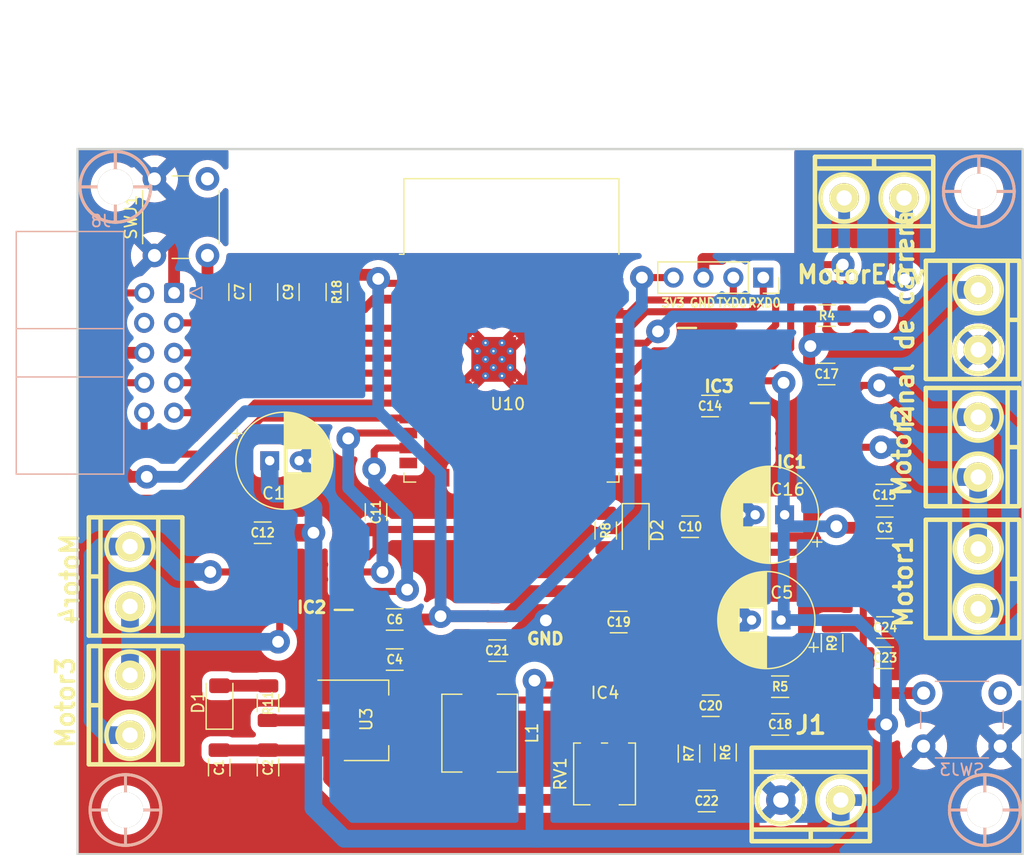
<source format=kicad_pcb>
(kicad_pcb (version 20221018) (generator pcbnew)
  (layers (0 "F.Cu" signal) (31 "B.Cu" signal) (34 "B.Paste" user) (35 "F.Paste" user) (36 "B.SilkS" user "B.Silkscreen") (37 "F.SilkS" user "F.Silkscreen") (38 "B.Mask" user) (39 "F.Mask" user) (44 "Edge.Cuts" user))
  (net 0 "")
  (net 1 "GND")
  (net 2 "/Vin")
  (net 3 "/3V3")
  (net 4 "/EN")
  (net 5 "Net-(J11-Pin_1)")
  (net 6 "Net-(D1-A)")
  (net 7 "/EnA")
  (net 8 "/EnB")
  (net 9 "/EN Elev")
  (net 10 "Net-(IC1-OUT2)")
  (net 11 "Net-(IC1-OUT1)")
  (net 12 "/IN3")
  (net 13 "/IN4")
  (net 14 "Net-(IC2-OUT1)")
  (net 15 "Net-(IC2-OUT2)")
  (net 16 "/IN5")
  (net 17 "/IN6")
  (net 18 "Net-(IC3-OUT1)")
  (net 19 "Net-(IC3-OUT2)")
  (net 20 "/RXD0")
  (net 21 "/TXD0")
  (net 22 "/Sen2")
  (net 23 "/Sen3")
  (net 24 "/Sen4")
  (net 25 "/Sen5")
  (net 26 "/Sen6")
  (net 27 "/Sen7")
  (net 28 "/FC")
  (net 29 "/BOOT")
  (net 30 "/IN2")
  (net 31 "/IN1")
  (net 39 "Net-(D2-A)")
  (net 40 "unconnected-(U10-IO22-Pad36)")
  (net 41 "unconnected-(U10-IO23-Pad37)")
  (net 43 "/5V")
  (net 44 "Net-(IC4-SS)")
  (net 45 "Net-(IC4-COMP)")
  (net 46 "Net-(C20-Pad2)")
  (net 47 "Net-(IC4-BS)")
  (net 48 "Net-(IC4-SW)")
  (net 49 "Net-(IC4-EN)")
  (net 50 "Net-(IC4-FB)")
  (net 52 "unconnected-(U10-SENSOR_VP-Pad4)")
  (net 54 "/Led prueba")
  (net 55 "/Sen1")
  (footprint "Capacitor_SMD:C_1206_3216Metric" (layer "F.Cu") (at 122.76 81.28 180)
    (fp_text reference "C23")
    (fp_text value "0.1u" hide)
  )
  (footprint "Capacitor_SMD:C_1206_3216Metric" (layer "F.Cu") (at 72.14 50.25 -90)
    (fp_text reference "C9")
    (fp_text value "0.1u" hide)
  )
  (footprint "EESTN5:hole_3mm" (layer "F.Cu") (at 58.3205 94.1916)
    (fp_text reference "hole_3mm" hide)
    (fp_text value "VAL**" hide)
  )
  (footprint "LED_SMD:LED_1206_3216Metric" (layer "F.Cu") (at 101.6 70.485 -90)
    (fp_text reference "D2")
    (fp_text value "LED" hide)
  )
  (footprint "Capacitor_SMD:C_1206_3216Metric" (layer "F.Cu") (at 70.4109 90.5848 -90)
    (fp_text reference "C2")
    (fp_text value "0.1u" hide)
  )
  (footprint "Capacitor_SMD:C_1206_3216Metric" (layer "F.Cu") (at 107.9642 85.3472)
    (fp_text reference "C20")
    (fp_text value "4.8n" hide)
  )
  (footprint "EESTN5:BORNERA2_AZUL" (layer "F.Cu") (at 58.7015 74.3796 -90)
    (fp_text reference "J6" hide)
    (fp_text value "Motor4")
  )
  (footprint "EESTN5:BORNERA2_AZUL" (layer "F.Cu") (at 130.65335 74.5828 90)
    (fp_text reference "J4" hide)
    (fp_text value "Motor1")
  )
  (footprint "LibraryPERSONALES:SOIC127P600X170-9N" (layer "F.Cu") (at 74.1193 74.6336 180)
    (fp_text reference "IC2")
    (fp_text value "TB67H450AFNG,EL" hide)
  )
  (footprint "Capacitor_SMD:C_1206_3216Metric" (layer "F.Cu") (at 122.7 67.475)
    (fp_text reference "C15")
    (fp_text value "0.1u" hide)
  )
  (footprint "EESTN5:BORNERA2_AZUL" (layer "F.Cu") (at 121.826 42.27 180)
    (fp_text reference "J7" hide)
    (fp_text value "MotorElev")
  )
  (footprint "EESTN5:hole_3mm" (layer "F.Cu") (at 131.2185 94.1916)
    (fp_text reference "hole_3mm" hide)
    (fp_text value "VAL**" hide)
  )
  (footprint "Resistor_SMD:R_1206_3216Metric" (layer "F.Cu") (at 99.06 70.485 -90)
    (fp_text reference "R8")
    (fp_text value "330" hide)
  )
  (footprint "Capacitor_SMD:C_1206_3216Metric" (layer "F.Cu") (at 100.1595 78.2472 180)
    (fp_text reference "C19")
    (fp_text value "0.1u" hide)
  )
  (footprint "Resistor_SMD:R_1206_3216Metric" (layer "F.Cu") (at 118.26 80.035 -90)
    (fp_text reference "R9")
    (fp_text value "4.7k" hide)
  )
  (footprint "LibraryPERSONALES:SO8-TH" (layer "F.Cu") (at 99.0333 84.2296 -90)
    (fp_text reference "IC4")
    (fp_text value "MP2307")
  )
  (footprint "Resistor_SMD:R_1206_3216Metric" (layer "F.Cu") (at 117.825 52.25 180)
    (fp_text reference "R4")
    (fp_text value "100k" hide)
  )
  (footprint "Capacitor_SMD:C_1206_3216Metric" (layer "F.Cu") (at 106.2185 70.1596)
    (fp_text reference "C10")
    (fp_text value "0.1u" hide)
  )
  (footprint "Capacitor_SMD:C_1206_3216Metric" (layer "F.Cu") (at 122.76 78.71 180)
    (fp_text reference "C24")
    (fp_text value "0.1u" hide)
  )
  (footprint "Capacitor_SMD:C_1206_3216Metric" (layer "F.Cu") (at 66.2707 90.5848 -90)
    (fp_text reference "C1")
    (fp_text value "10u" hide)
  )
  (footprint "LibraryPERSONALES:SOIC127P600X170-9N" (layer "F.Cu") (at 114.825 62.25)
    (fp_text reference "IC1")
    (fp_text value "TB67H450AFNG,EL" hide)
  )
  (footprint "EESTN5:BORNERA2_AZUL" (layer "F.Cu") (at 130.65335 63.4068 90)
    (fp_text reference "J3" hide)
    (fp_text value "Motor2")
  )
  (footprint "Capacitor_SMD:C_1206_3216Metric" (layer "F.Cu") (at 107.624 93.4296)
    (fp_text reference "C22")
    (fp_text value "12u" hide)
  )
  (footprint "Capacitor_SMD:C_1206_3216Metric" (layer "F.Cu") (at 68 50.25 -90)
    (fp_text reference "C7")
    (fp_text value "0.1u" hide)
  )
  (footprint "Capacitor_SMD:C_1206_3216Metric" (layer "F.Cu") (at 69.9595 70.67 180)
    (fp_text reference "C12")
    (fp_text value "0.1u" hide)
  )
  (footprint "EESTN5:BORNERA2_AZUL" (layer "F.Cu") (at 130.6597 52.6118 90)
    (fp_text reference "J11" hide)
    (fp_text value "Final de carrera")
  )
  (footprint "Resistor_SMD:R_1206_3216Metric" (layer "F.Cu") (at 109.2216 89.3041 90)
    (fp_text reference "R6")
    (fp_text value "8.2k" hide)
  )
  (footprint "Inductor_SMD:L_6.3x6.3_H3" (layer "F.Cu") (at 88.3595 87.67 -90)
    (fp_text reference "L1")
    (fp_text value "2u" hide)
  )
  (footprint "Capacitor_SMD:C_1206_3216Metric" (layer "F.Cu") (at 107.913 59.92)
    (fp_text reference "C14")
    (fp_text value "0.1u" hide)
  )
  (footprint "Capacitor_SMD:C_1206_3216Metric" (layer "F.Cu") (at 81.1595 81.4296 180)
    (fp_text reference "C4")
    (fp_text value "0.1u" hide)
  )
  (footprint "RF_Module:ESP32-WROOM-32D" (layer "F.Cu") (at 91.0595 56.4916)
    (fp_text reference "U10")
    (fp_text value "ESP32-WROOM-32" hide)
  )
  (footprint "Capacitor_THT:CP_Radial_D8.0mm_P2.50mm" (layer "F.Cu") (at 114.236951 69.1472 180)
    (fp_text reference "C16")
    (fp_text value "100u" hide)
  )
  (footprint "Capacitor_SMD:C_1206_3216Metric" (layer "F.Cu") (at 79.5745 68.9186 90)
    (fp_text reference "C11")
    (fp_text value "0.1u" hide)
  )
  (footprint "EESTN5:hole_3mm" (layer "F.Cu") (at 57.4595 41.3296)
    (fp_text reference "hole_3mm" hide)
    (fp_text value "VAL**" hide)
  )
  (footprint "Package_TO_SOT_SMD:SOT-223-3_TabPin2" (layer "F.Cu") (at 78.7425 86.5856)
    (fp_text reference "U3")
    (fp_text value "AMS1117-3.3" hide)
  )
  (footprint "Button_Switch_THT:SW_PUSH_6mm_H4.3mm" (layer "F.Cu") (at 60.775 47.15 90)
    (fp_text reference "SWJ1")
    (fp_text value "SW_MEC_5G")
  )
  (footprint "Resistor_SMD:R_1206_3216Metric" (layer "F.Cu") (at 70.4109 85.1238 90)
    (fp_text reference "R11")
    (fp_text value "5.1k" hide)
  )
  (footprint "Resistor_SMD:R_1206_3216Metric" (layer "F.Cu") (at 106.1216 89.4041 90)
    (fp_text reference "R7")
    (fp_text value "8.2k" hide)
  )
  (footprint "EESTN5:hole_3mm" (layer "F.Cu") (at 130.7105 41.7152)
    (fp_text reference "hole_3mm" hide)
    (fp_text value "VAL**" hide)
  )
  (footprint "Capacitor_THT:CP_Radial_D8.0mm_P2.50mm" (layer "F.Cu") (at 113.937351 78.079 180)
    (fp_text reference "C5")
    (fp_text value "100u" hide)
  )
  (footprint "LED_SMD:LED_1206_3216Metric" (layer "F.Cu") (at 66.2961 85.0476 90)
    (fp_text reference "D1")
    (fp_text value "LED" hide)
  )
  (footprint "Capacitor_THT:CP_Radial_D8.0mm_P2.50mm" (layer "F.Cu") (at 70.5525 64.56051)
    (fp_text reference "C13")
    (fp_text value "100u" hide)
  )
  (footprint "Capacitor_SMD:C_1206_3216Metric" (layer "F.Cu") (at 81.1595 78.0296 180)
    (fp_text reference "C6")
    (fp_text value "10u" hide)
  )
  (footprint "EESTN5:BORNERA2_AZUL" (layer "F.Cu") (at 116.4548 93.34945)
    (fp_text reference "J1")
    (fp_text value "Alimentacion 12V" hide)
  )
  (footprint "Potentiometer_SMD:Potentiometer_Vishay_TS53YJ_Vertical" (layer "F.Cu") (at 98.9595 91.1296 90)
    (fp_text reference "RV1")
    (fp_text value "220k" hide)
  )
  (footprint "Capacitor_SMD:C_1206_3216Metric" (layer "F.Cu") (at 122.725 70.25)
    (fp_text reference "C3")
    (fp_text value "0.1u" hide)
  )
  (footprint "Resistor_SMD:R_1206_3216Metric" (layer "F.Cu") (at 76.25 50.25 90)
    (fp_text reference "R18")
    (fp_text value "4.7k" hide)
  )
  (footprint "LibraryPERSONALES:SOIC127P600X170-9N" (layer "F.Cu") (at 108.675 55.875)
    (fp_text reference "IC3")
    (fp_text value "TB67H450AFNG,EL" hide)
  )
  (footprint "Resistor_SMD:R_1206_3216Metric" (layer "F.Cu") (at 113.8595 83.7296 180)
    (fp_text reference "R5")
    (fp_text value "100k" hide)
  )
  (footprint "Capacitor_SMD:C_1206_3216Metric" (layer "F.Cu") (at 89.8595 80.67 180)
    (fp_text reference "C21")
    (fp_text value "10n" hide)
  )
  (footprint "EESTN5:BORNERA2_AZUL" (layer "F.Cu") (at 58.7015 85.3016 -90)
    (fp_text reference "J5" hide)
    (fp_text value "Motor3")
  )
  (footprint "Capacitor_SMD:C_1206_3216Metric" (layer "F.Cu") (at 117.794 57.204 180)
    (fp_text reference "C17")
    (fp_text value "0.1u" hide)
  )
  (footprint "Capacitor_SMD:C_1206_3216Metric" (layer "F.Cu") (at 113.8595 86.9296 180)
    (fp_text reference "C18")
    (fp_text value "12u" hide)
  )
  (footprint "Connector_PinSocket_2.54mm:PinSocket_1x04_P2.54mm_Vertical" (layer "F.Cu") (at 112.425 49.025 -90)
    (fp_text reference "J2" hide)
    (fp_text value "UART" hide)
  )
  (footprint "Connector_IDC:IDC-Header_2x05_P2.54mm_Horizontal" (layer "B.Cu") (at 62.4432 50.3258 180)
    (fp_text reference "J8")
    (fp_text value "Screw_Terminal_01x10")
  )
  (footprint "Button_Switch_THT:SW_PUSH_6mm_H4.3mm" (layer "B.Cu") (at 126.025 88.775)
    (fp_text reference "SWJ3")
    (fp_text value "SW_MEC_5G")
  )
  (gr_rect (start 54.2565 38.1211) (end 134.4189 97.9381) (stroke (width 0.2)) (fill none) (layer "Edge.Cuts"))
  (gr_text "GND" (at 92.25 80.25) (layer "F.SilkS") (effects (font (size 1 1) (thickness 0.25) bold) (justify left bottom)))
  (segment (start 66.9174 75.2686) (end 66.266 75.92) (width 0.6) (layer "F.Cu") (net 1))
  (segment (start 66.266 76.9575) (end 66.266 79.516) (width 0.6) (layer "F.Cu") (net 1))
  (segment (start 66.266 79.516) (end 66.5 79.75) (width 0.6) (layer "F.Cu") (net 1))
  (segment (start 66.266 75.92) (end 66.266 76.9575) (width 0.6) (layer "F.Cu") (net 1))
  (segment (start 107.345 47.4416) (end 108.8916 47.4416) (width 1) (layer "F.Cu") (net 1))
  (segment (start 62.4432 50.3258) (end 62.4432 45.2932) (width 1) (layer "F.Cu") (net 1))
  (segment (start 71.4073 75.2686) (end 66.9174 75.2686) (width 0.6) (layer "F.Cu") (net 1))
  (segment (start 107.345 49.025) (end 107.345 47.4416) (width 1) (layer "F.Cu") (net 1))
  (segment (start 123.4 61.1) (end 123.5 61) (width 0.6) (layer "F.Cu") (net 1))
  (segment (start 62.4432 45.2932) (end 62.375 45.225) (width 1) (layer "F.Cu") (net 1))
  (via (at 93.98 78.105) (size 2) (drill 1) (layers "F.Cu" "B.Cu") (net 1))
  (segment (start 121.225 66.104) (end 121.041 65.92) (width 0.6) (layer "F.Cu") (net 2))
  (segment (start 115.3345 86.9296) (end 115.3345 83.8421) (width 1) (layer "F.Cu") (net 2))
  (segment (start 121.25 70.25) (end 118.75 70.25) (width 1) (layer "F.Cu") (net 2))
  (segment (start 117.537 65.191) (end 118.266 65.92) (width 0.6) (layer "F.Cu") (net 2))
  (segment (start 122.7595 86.9296) (end 115.3345 86.9296) (width 1) (layer "F.Cu") (net 2))
  (segment (start 114.15 57.95) (end 113.98 57.78) (width 0.6) (layer "F.Cu") (net 2))
  (segment (start 72.016 70.67) (end 74.266 70.67) (width 1.5) (layer "F.Cu") (net 2))
  (segment (start 113.98 57.78) (end 111.387 57.78) (width 0.6) (layer "F.Cu") (net 2))
  (segment (start 118.266 65.92) (end 121.041 65.92) (width 0.6) (layer "F.Cu") (net 2))
  (segment (start 71.4073 72.42) (end 71.4073 70.6972) (width 1) (layer "F.Cu") (net 2))
  (segment (start 71.4073 70.6972) (end 71.4345 70.67) (width 1) (layer "F.Cu") (net 2))
  (segment (start 121.225 67.475) (end 121.225 66.104) (width 0.6) (layer "F.Cu") (net 2))
  (segment (start 93.3955 83.5946) (end 96.4333 83.5946) (width 0.6) (layer "F.Cu") (net 2))
  (segment (start 117.537 64.155) (end 117.537 65.191) (width 0.6) (layer "F.Cu") (net 2))
  (segment (start 118.75 70.25) (end 118.625 70.125) (width 1) (layer "F.Cu") (net 2))
  (segment (start 121.225 70.225) (end 121.25 70.25) (width 1) (layer "F.Cu") (net 2))
  (segment (start 93.016 83.2151) (end 93.3955 83.5946) (width 0.6) (layer "F.Cu") (net 2))
  (segment (start 121.225 67.475) (end 121.225 70.225) (width 1) (layer "F.Cu") (net 2))
  (via (at 114.15 57.95) (size 2) (drill 1) (layers "F.Cu" "B.Cu") (net 2))
  (via (at 93.016 83.2151) (size 2) (drill 1) (layers "F.Cu" "B.Cu") (net 2))
  (via (at 118.625 70.125) (size 2) (drill 1) (layers "F.Cu" "B.Cu") (net 2))
  (via (at 74.266 70.67) (size 2) (drill 1) (layers "F.Cu" "B.Cu") (net 2))
  (via (at 122.8595 86.9296) (size 2) (drill 1) (layers "F.Cu" "B.Cu") (net 2))
  (segment (start 118.0178 96.4542) (end 118.9948 95.4772) (width 1.5) (layer "B.Cu") (net 2))
  (segment (start 74.266 70.67) (end 74.266 94.016) (width 1.5) (layer "B.Cu") (net 2))
  (segment (start 76.8796 96.6296) (end 93.3595 96.6296) (width 1.5) (layer "B.Cu") (net 2))
  (segment (start 70.9461 67.3501) (end 70.5525 66.9565) (width 1.5) (layer "B.Cu") (net 2))
  (segment (start 122.8365 92.2) (end 121.68705 93.34945) (width 1) (layer "B.Cu") (net 2))
  (segment (start 114.1595 65.5296) (end 114.1595 77.856851) (width 1) (layer "B.Cu") (net 2))
  (segment (start 114.1595 66.37) (end 114.1595 65.5296) (width 1) (layer "B.Cu") (net 2))
  (segment (start 114.175 65.5141) (end 114.1595 65.5296) (width 1) (layer "B.Cu") (net 2))
  (segment (start 114.1595 66.675) (end 114.1595 66.37) (width 1) (layer "B.Cu") (net 2))
  (segment (start 93.016 83.2151) (end 93.016 96.6296) (width 1.5) (layer "B.Cu") (net 2))
  (segment (start 114.15 57.95) (end 114.175 57.975) (width 1) (layer "B.Cu") (net 2))
  (segment (start 74.266 68.528652) (end 73.087448 67.3501) (width 1.5) (layer "B.Cu") (net 2))
  (segment (start 122.8365 80.5066) (end 122.8365 92.2) (width 1) (layer "B.Cu") (net 2))
  (segment (start 114.175 57.975) (end 114.175 65.5141) (width 1) (layer "B.Cu") (net 2))
  (segment (start 120.4089 78.079) (end 122.8365 80.5066) (width 1) (layer "B.Cu") (net 2))
  (segment (start 70.5525 66.9565) (end 70.5525 64.56051) (width 1.5) (layer "B.Cu") (net 2))
  (segment (start 114.1595 70.125) (end 114.1595 66.37) (width 1) (layer "B.Cu") (net 2))
  (segment (start 114.1595 77.856851) (end 113.937351 78.079) (width 1) (layer "B.Cu") (net 2))
  (segment (start 93.016 96.6296) (end 93.3595 96.6296) (width 1.5) (layer "B.Cu") (net 2))
  (segment (start 118.9948 95.4772) (end 118.9948 93.34945) (width 1.5) (layer "B.Cu") (net 2))
  (segment (start 74.266 70.67) (end 74.266 68.528652) (width 1.5) (layer "B.Cu") (net 2))
  (segment (start 117.8424 96.6296) (end 118.0178 96.4542) (width 1.5) (layer "B.Cu") (net 2))
  (segment (start 93.3595 96.6296) (end 117.8424 96.6296) (width 1.5) (layer "B.Cu") (net 2))
  (segment (start 74.266 94.016) (end 76.8796 96.6296) (width 1.5) (layer "B.Cu") (net 2))
  (segment (start 118.625 70.125) (end 114.1595 70.125) (width 1) (layer "B.Cu") (net 2))
  (segment (start 121.68705 93.34945) (end 118.9948 93.34945) (width 1) (layer "B.Cu") (net 2))
  (segment (start 113.937351 78.079) (end 120.4089 78.079) (width 1) (layer "B.Cu") (net 2))
  (segment (start 73.087448 67.3501) (end 70.9461 67.3501) (width 1.5) (layer "B.Cu") (net 2))
  (segment (start 89.075 77.75) (end 89.1 77.775) (width 1) (layer "F.Cu") (net 3))
  (segment (start 56.525 61.45) (end 56.525 63.75) (width 1) (layer "F.Cu") (net 3))
  (segment (start 84.7704 78.0296) (end 85.05 77.75) (width 1) (layer "F.Cu") (net 3))
  (segment (start 82.6345 78.0296) (end 84.7704 78.0296) (width 1) (layer "F.Cu") (net 3))
  (segment (start 70.4109 86.5863) (end 75.5918 86.5863) (width 1) (layer "F.Cu") (net 3))
  (segment (start 57.5942 55.4058) (end 57.225 55.775) (width 1) (layer "F.Cu") (net 3))
  (segment (start 82.6595 85.8186) (end 82.6595 81.4546) (width 1) (layer "F.Cu") (net 3))
  (segment (start 75.5925 86.5856) (end 81.8925 86.5856) (width 1) (layer "F.Cu") (net 3))
  (segment (start 92.725 75.625) (end 105.525 75.625) (width 1) (layer "F.Cu") (net 3))
  (segment (start 90.575 77.775) (end 92.725 75.625) (width 1) (layer "F.Cu") (net 3))
  (segment (start 89.1 77.775) (end 90.575 77.775) (width 1) (layer "F.Cu") (net 3))
  (segment (start 79.7595 49.1321) (end 80.139 49.5116) (width 0.6) (layer "F.Cu") (net 3))
  (segment (start 56.525 63.75) (end 58.7 65.925) (width 1) (layer "F.Cu") (net 3))
  (segment (start 106.275 78.95) (end 108.8225 81.4975) (width 1) (layer "F.Cu") (net 3))
  (segment (start 85.05 77.75) (end 89.075 77.75) (width 1) (layer "F.Cu") (net 3))
  (segment (start 56.525 56.475) (end 56.525 61.45) (width 1) (layer "F.Cu") (net 3))
  (segment (start 80.139 49.5116) (end 82.3095 49.5116) (width 0.6) (layer "F.Cu") (net 3))
  (segment (start 108.8225 81.4975) (end 118.26 81.4975) (width 1) (layer "F.Cu") (net 3))
  (segment (start 79.4149 48.7875) (end 76.25 48.7875) (width 1) (layer "F.Cu") (net 3))
  (segment (start 82.6345 78.0296) (end 82.6345 81.4296) (width 1) (layer "F.Cu") (net 3))
  (segment (start 58.7 65.925) (end 60.125 65.925) (width 1) (layer "F.Cu") (net 3))
  (segment (start 79.7595 49.1321) (end 79.4149 48.7875) (width 1) (layer "F.Cu") (net 3))
  (segment (start 75.5918 86.5863) (end 75.5925 86.5856) (width 1) (layer "F.Cu") (net 3))
  (segment (start 102.125 49.025) (end 104.805 49.025) (width 0.6) (layer "F.Cu") (net 3))
  (segment (start 59.9032 55.4058) (end 59.889 55.42) (width 1) (layer "F.Cu") (net 3))
  (segment (start 82.6595 81.4546) (end 82.6345 81.4296) (width 1) (layer "F.Cu") (net 3))
  (segment (start 59.9032 55.4058) (end 57.5942 55.4058) (width 1) (layer "F.Cu") (net 3))
  (segment (start 105.525 75.625) (end 106.275 76.375) (width 1) (layer "F.Cu") (net 3))
  (segment (start 106.275 76.375) (end 106.275 78.95) (width 1) (layer "F.Cu") (net 3))
  (segment (start 57.225 55.775) (end 56.525 56.475) (width 1) (layer "F.Cu") (net 3))
  (segment (start 81.8925 86.5856) (end 82.6595 85.8186) (width 1) (layer "F.Cu") (net 3))
  (via (at 102.125 49.025) (size 2) (drill 1) (layers "F.Cu" "B.Cu") (net 3))
  (via (at 79.7595 49.1321) (size 2) (drill 1) (layers "F.Cu" "B.Cu") (net 3))
  (via (at 60.125 65.925) (size 2) (drill 1) (layers "F.Cu" "B.Cu") (net 3))
  (via (at 85.05 77.75) (size 2) (drill 1) (layers "F.Cu" "B.Cu") (net 3))
  (segment (start 68.4884 60.3616) (end 79.75 60.3616) (width 1) (layer "B.Cu") (net 3))
  (segment (start 79.7595 60.3521) (end 79.7595 49.1321) (width 1) (layer "B.Cu") (net 3))
  (segment (start 85.05 67.05) (end 85.05 69.025) (width 1) (layer "B.Cu") (net 3))
  (segment (start 85.05 77.75) (end 91.575 77.75) (width 1) (layer "B.Cu") (net 3))
  (segment (start 85.05 77.75) (end 85.05 67.05) (width 1) (layer "B.Cu") (net 3))
  (segment (start 101 52.6) (end 102.125 51.475) (width 1) (layer "B.Cu") (net 3))
  (segment (start 101 68.325) (end 101 52.6) (width 1) (layer "B.Cu") (net 3))
  (segment (start 62.925 65.925) (end 68.4884 60.3616) (width 1) (layer "B.Cu") (net 3))
  (segment (start 79.7595 60.3521) (end 85.05 65.6426) (width 1) (layer "B.Cu") (net 3))
  (segment (start 91.575 77.75) (end 101 68.325) (width 1) (layer "B.Cu") (net 3))
  (segment (start 79.75 60.3616) (end 79.7595 60.3521) (width 1) (layer "B.Cu") (net 3))
  (segment (start 85.05 65.6426) (end 85.05 67.05) (width 1) (layer "B.Cu") (net 3))
  (segment (start 60.125 65.925) (end 62.925 65.925) (width 1) (layer "B.Cu") (net 3))
  (segment (start 102.125 51.475) (end 102.125 49.025) (width 1) (layer "B.Cu") (net 3))
  (segment (start 66.325 51.725) (end 65.275 50.675) (width 1) (layer "F.Cu") (net 4))
  (segment (start 82.3095 50.7816) (end 82.2615 50.8296) (width 0.6) (layer "F.Cu") (net 4))
  (segment (start 82.234 50.8571) (end 82.3095 50.7816) (width 0.75) (layer "F.Cu") (net 4))
  (segment (start 78.58 51.67) (end 79.3929 50.8571) (width 0.75) (layer "F.Cu") (net 4))
  (segment (start 79.3929 50.8571) (end 82.234 50.8571) (width 0.75) (layer "F.Cu") (net 4))
  (segment (start 68 51.725) (end 66.325 51.725) (width 1) (layer "F.Cu") (net 4))
  (segment (start 65.275 50.675) (end 65.275 47.15) (width 1) (layer "F.Cu") (net 4))
  (segment (start 67.67 51.67) (end 78.58 51.67) (width 0.75) (layer "F.Cu") (net 4))
  (segment (start 116.319 52.2935) (end 116.3625 52.25) (width 1) (layer "F.Cu") (net 5))
  (segment (start 116.319 56.125) (end 116.319 57.204) (width 1) (layer "F.Cu") (net 5))
  (segment (start 116.319 54.935258) (end 116.319 56.125) (width 1) (layer "F.Cu") (net 5))
  (segment (start 116.420678 54.83358) (end 116.319 54.935258) (width 0.6) (layer "F.Cu") (net 5))
  (segment (start 116.319 57.204) (end 116.319 52.2935) (width 1) (layer "F.Cu") (net 5))
  (via (at 116.420678 54.83358) (size 2) (drill 1) (layers "F.Cu" "B.Cu") (net 5))
  (segment (start 128.4342 50.0718) (end 130.6597 50.0718) (width 1.5) (layer "B.Cu") (net 5))
  (segment (start 116.420678 54.83358) (end 116.784258 54.47) (width 1.5) (layer "B.Cu") (net 5))
  (segment (start 124.036 54.47) (end 128.4342 50.0718) (width 1.5) (layer "B.Cu") (net 5))
  (segment (start 116.784258 54.47) (end 124.036 54.47) (width 1.5) (layer "B.Cu") (net 5))
  (segment (start 70.3972 83.6476) (end 70.4109 83.6613) (width 1) (layer "F.Cu") (net 6))
  (segment (start 66.2961 83.6476) (end 70.3972 83.6476) (width 1) (layer "F.Cu") (net 6))
  (segment (start 104.725 64.155) (end 112.113 64.155) (width 0.6) (layer "F.Cu") (net 7))
  (segment (start 99.9795 63.6516) (end 103.9266 63.6516) (width 0.6) (layer "F.Cu") (net 7))
  (segment (start 104.7435 70.1596) (end 104.7435 64.4565) (width 1) (layer "F.Cu") (net 7))
  (segment (start 103.9266 63.6516) (end 104.43 64.155) (width 0.6) (layer "F.Cu") (net 7))
  (segment (start 104.43 64.155) (end 104.725 64.155) (width 0.6) (layer "F.Cu") (net 7))
  (segment (start 99.8095 63.4816) (end 99.9795 63.6516) (width 0.6) (layer "F.Cu") (net 7))
  (segment (start 78.8945 72.7286) (end 79.5745 72.0486) (width 0.6) (layer "F.Cu") (net 8))
  (segment (start 79.5745 72.0486) (end 79.5745 70.3936) (width 0.6) (layer "F.Cu") (net 8))
  (segment (start 76.8313 72.7286) (end 78.8945 72.7286) (width 0.6) (layer "F.Cu") (net 8))
  (segment (start 79.5745 70.3936) (end 94.2955 70.3936) (width 0.6) (layer "F.Cu") (net 8))
  (segment (start 94.2955 70.3936) (end 95.5095 69.1796) (width 0.6) (layer "F.Cu") (net 8))
  (segment (start 95.5095 69.1796) (end 95.5095 66.0016) (width 0.6) (layer "F.Cu") (net 8))
  (segment (start 105.3 59.6716) (end 106.1896 59.6716) (width 0.6) (layer "F.Cu") (net 9))
  (segment (start 99.8095 59.6716) (end 105.3 59.6716) (width 0.6) (layer "F.Cu") (net 9))
  (segment (start 106.575 57.775) (end 106.575 59.783) (width 0.6) (layer "F.Cu") (net 9))
  (segment (start 105.968 57.775) (end 106.575 57.775) (width 0.6) (layer "F.Cu") (net 9))
  (segment (start 105.963 57.78) (end 105.968 57.775) (width 0.6) (layer "F.Cu") (net 9))
  (segment (start 106.1896 59.6716) (end 106.438 59.92) (width 0.6) (layer "F.Cu") (net 9))
  (segment (start 106.575 59.783) (end 106.438 59.92) (width 0.6) (layer "F.Cu") (net 9))
  (segment (start 105.301 59.6706) (end 105.3 59.6716) (width 0.6) (layer "F.Cu") (net 9))
  (segment (start 118.585 60.39) (end 117.582 60.39) (width 0.6) (layer "F.Cu") (net 10))
  (segment (start 122.266 58.17) (end 120.805 58.17) (width 0.6) (layer "F.Cu") (net 10))
  (segment (start 117.582 60.39) (end 117.537 60.345) (width 0.6) (layer "F.Cu") (net 10))
  (segment (start 120.805 58.17) (end 118.585 60.39) (width 0.6) (layer "F.Cu") (net 10))
  (via (at 122.266 58.17) (size 2) (drill 1) (layers "F.Cu" "B.Cu") (net 10))
  (segment (start 130.65335 77.1228) (end 132.3869 77.1228) (width 1.5) (layer "B.Cu") (net 10))
  (segment (start 123.4925 58.17) (end 122.266 58.17) (width 1.5) (layer "B.Cu") (net 10))
  (segment (start 132.0313 60.8668) (end 130.65335 60.8668) (width 1.5) (layer "B.Cu") (net 10))
  (segment (start 130.65335 60.8668) (end 126.1893 60.8668) (width 1.5) (layer "B.Cu") (net 10))
  (segment (start 126.1893 60.8668) (end 123.4925 58.17) (width 1.5) (layer "B.Cu") (net 10))
  (segment (start 133.3521 62.1876) (end 132.0313 60.8668) (width 1.5) (layer "B.Cu") (net 10))
  (segment (start 133.3521 76.1576) (end 133.3521 62.1876) (width 1.5) (layer "B.Cu") (net 10))
  (segment (start 132.3869 77.1228) (end 133.3521 76.1576) (width 1.5) (layer "B.Cu") (net 10))
  (segment (start 122.416 63.42) (end 120.045 63.42) (width 0.6) (layer "F.Cu") (net 11))
  (segment (start 119.51 62.885) (end 117.537 62.885) (width 0.6) (layer "F.Cu") (net 11))
  (segment (start 120.045 63.42) (end 119.51 62.885) (width 0.6) (layer "F.Cu") (net 11))
  (via (at 122.416 63.42) (size 2) (drill 1) (layers "F.Cu" "B.Cu") (net 11))
  (segment (start 126.0623 65.9468) (end 130.65335 65.9468) (width 1.5) (layer "B.Cu") (net 11))
  (segment (start 122.416 63.42) (end 123.5355 63.42) (width 1.5) (layer "B.Cu") (net 11))
  (segment (start 130.65335 65.9468) (end 130.65335 72.0428) (width 1.5) (layer "B.Cu") (net 11))
  (segment (start 123.5355 63.42) (end 126.0623 65.9468) (width 1.5) (layer "B.Cu") (net 11))
  (segment (start 78.185647 75.6486) (end 77.805647 75.2686) (width 0.6) (layer "F.Cu") (net 12))
  (segment (start 77.805647 75.2686) (end 76.8313 75.2686) (width 0.6) (layer "F.Cu") (net 12))
  (segment (start 79.7044 63.4816) (end 82.3095 63.4816) (width 0.6) (layer "F.Cu") (net 12))
  (segment (start 82.0594 75.6486) (end 78.185647 75.6486) (width 0.6) (layer "F.Cu") (net 12))
  (segment (start 79.416 63.77) (end 79.7044 63.4816) (width 0.6) (layer "F.Cu") (net 12))
  (segment (start 79.416 65.27) (end 79.416 63.77) (width 0.6) (layer "F.Cu") (net 12))
  (segment (start 82.216 75.492) (end 82.0594 75.6486) (width 0.6) (layer "F.Cu") (net 12))
  (via (at 79.416 65.27) (size 2) (drill 1) (layers "F.Cu" "B.Cu") (net 12))
  (via (at 82.216 75.492) (size 2) (drill 1) (layers "F.Cu" "B.Cu") (net 12))
  (segment (start 82.216 75.492) (end 82.216 73.97) (width 0.6) (layer "B.Cu") (net 12))
  (segment (start 82.216 75.492) (end 82.216 69.27) (width 1) (layer "B.Cu") (net 12))
  (segment (start 79.416 66.47) (end 79.416 65.27) (width 1) (layer "B.Cu") (net 12))
  (segment (start 82.216 69.27) (end 79.416 66.47) (width 1) (layer "B.Cu") (net 12))
  (segment (start 80.116 73.9991) (end 80.1155 73.9986) (width 0.6) (layer "F.Cu") (net 13))
  (segment (start 77.6744 62.2116) (end 82.3095 62.2116) (width 0.6) (layer "F.Cu") (net 13))
  (segment (start 80.1155 73.9986) (end 76.8313 73.9986) (width 0.6) (layer "F.Cu") (net 13))
  (segment (start 77.216 62.67) (end 77.6744 62.2116) (width 0.6) (layer "F.Cu") (net 13))
  (via (at 80.116 73.9991) (size 2) (drill 1) (layers "F.Cu" "B.Cu") (net 13))
  (via (at 77.216 62.67) (size 2) (drill 1) (layers "F.Cu" "B.Cu") (net 13))
  (segment (start 80.116 73.9991) (end 80.116 69.77) (width 1) (layer "B.Cu") (net 13))
  (segment (start 80.116 69.77) (end 77.216 66.87) (width 1) (layer "B.Cu") (net 13))
  (segment (start 77.216 66.87) (end 77.216 62.67) (width 1) (layer "B.Cu") (net 13))
  (segment (start 71.4073 73.9986) (end 65.516 73.9986) (width 0.6) (layer "F.Cu") (net 14))
  (via (at 65.516 73.9986) (size 2) (drill 1) (layers "F.Cu" "B.Cu") (net 14))
  (segment (start 62.8925 73.9986) (end 60.7335 71.8396) (width 1.5) (layer "B.Cu") (net 14))
  (segment (start 65.516 73.9986) (end 62.8925 73.9986) (width 1.5) (layer "B.Cu") (net 14))
  (segment (start 60.7335 71.8396) (end 58.7015 71.8396) (width 1.5) (layer "B.Cu") (net 14))
  (segment (start 55.5265 86.5716) (end 55.5265 72.6016) (width 1.5) (layer "B.Cu") (net 14))
  (segment (start 55.5265 72.6016) (end 56.2885 71.8396) (width 1.5) (layer "B.Cu") (net 14))
  (segment (start 58.7015 87.8416) (end 56.7965 87.8416) (width 1.5) (layer "B.Cu") (net 14))
  (segment (start 56.7965 87.8416) (end 55.5265 86.5716) (width 1.5) (layer "B.Cu") (net 14))
  (segment (start 56.2885 71.8396) (end 58.7015 71.8396) (width 1.5) (layer "B.Cu") (net 14))
  (segment (start 71.4073 79.7787) (end 71.4073 76.5386) (width 0.6) (layer "F.Cu") (net 15))
  (segment (start 71.266 79.92) (end 71.4073 79.7787) (width 0.6) (layer "F.Cu") (net 15))
  (via (at 71.266 79.92) (size 2) (drill 1) (layers "F.Cu" "B.Cu") (net 15))
  (segment (start 59.2015 79.92) (end 58.7015 79.42) (width 1.5) (layer "B.Cu") (net 15))
  (segment (start 58.7015 76.9196) (end 58.7015 79.42) (width 1.5) (layer "B.Cu") (net 15))
  (segment (start 71.266 79.92) (end 59.2015 79.92) (width 1.5) (layer "B.Cu") (net 15))
  (segment (start 58.7015 79.42) (end 58.7015 82.7616) (width 1.5) (layer "B.Cu") (net 15))
  (segment (start 59.0825 76.5386) (end 58.7015 76.9196) (width 1.5) (layer "B.Cu") (net 15))
  (segment (start 101.2934 57.1316) (end 103.185 55.24) (width 0.6) (layer "F.Cu") (net 16))
  (segment (start 99.8095 57.1316) (end 101.2934 57.1316) (width 0.6) (layer "F.Cu") (net 16))
  (segment (start 99.8109 57.133) (end 99.8095 57.1316) (width 0.6) (layer "F.Cu") (net 16))
  (segment (start 103.185 55.24) (end 105.963 55.24) (width 0.6) (layer "F.Cu") (net 16))
  (segment (start 99.8095 58.4016) (end 102.0234 58.4016) (width 0.6) (layer "F.Cu") (net 17))
  (segment (start 103.915 56.51) (end 105.963 56.51) (width 0.6) (layer "F.Cu") (net 17))
  (segment (start 102.0234 58.4016) (end 103.915 56.51) (width 0.6) (layer "F.Cu") (net 17))
  (segment (start 116.375 49.575) (end 124.025 49.575) (width 0.6) (layer "F.Cu") (net 18))
  (segment (start 114.75 55.016547) (end 114.75 51.2) (width 0.6) (layer "F.Cu") (net 18))
  (segment (start 114.75 51.2) (end 116.375 49.575) (width 0.6) (layer "F.Cu") (net 18))
  (segment (start 111.387 56.51) (end 111.402 56.525) (width 0.6) (layer "F.Cu") (net 18))
  (segment (start 111.402 56.525) (end 113.241547 56.525) (width 0.6) (layer "F.Cu") (net 18))
  (segment (start 113.241547 56.525) (end 114.75 55.016547) (width 0.6) (layer "F.Cu") (net 18))
  (segment (start 124.025 49.575) (end 124.425 49.175) (width 0.6) (layer "F.Cu") (net 18))
  (via (at 124.425 49.175) (size 2) (drill 1) (layers "F.Cu" "B.Cu") (net 18))
  (segment (start 124.366131 42.270131) (end 124.366 42.27) (width 1.5) (layer "B.Cu") (net 18))
  (segment (start 124.366131 49.116131) (end 124.366131 42.270131) (width 1.5) (layer "B.Cu") (net 18))
  (segment (start 124.425 49.175) (end 124.366131 49.116131) (width 1.5) (layer "B.Cu") (net 18))
  (segment (start 113.475 50.931498) (end 116.481498 47.925) (width 0.6) (layer "F.Cu") (net 19))
  (segment (start 113.475 53.05) (end 113.475 50.931498) (width 0.6) (layer "F.Cu") (net 19))
  (segment (start 112.555 53.97) (end 113.475 53.05) (width 0.6) (layer "F.Cu") (net 19))
  (segment (start 111.387 53.97) (end 112.555 53.97) (width 0.6) (layer "F.Cu") (net 19))
  (segment (start 116.481498 47.925) (end 119.175 47.925) (width 0.6) (layer "F.Cu") (net 19))
  (via (at 119.175 47.925) (size 2) (drill 1) (layers "F.Cu" "B.Cu") (net 19))
  (segment (start 119.286 47.814) (end 119.175 47.925) (width 1) (layer "B.Cu") (net 19))
  (segment (start 119.286 42.27) (end 119.286 47.814) (width 1) (layer "B.Cu") (net 19))
  (segment (start 101.0784 53.3216) (end 102.475 51.925) (width 0.6) (layer "F.Cu") (net 20))
  (segment (start 102.475 51.925) (end 111.325 51.925) (width 0.6) (layer "F.Cu") (net 20))
  (segment (start 99.8095 53.3216) (end 101.0784 53.3216) (width 0.6) (layer "F.Cu") (net 20))
  (segment (start 111.325 51.925) (end 112.425 50.825) (width 0.6) (layer "F.Cu") (net 20))
  (segment (start 112.425 50.825) (end 112.425 49.025) (width 0.6) (layer "F.Cu") (net 20))
  (segment (start 109.885 50.39) (end 109.885 49.025) (width 0.6) (layer "F.Cu") (net 21))
  (segment (start 99.8095 52.0516) (end 99.8329 52.075) (width 0.6) (layer "F.Cu") (net 21))
  (segment (start 99.8329 52.075) (end 100.981497 52.075) (width 0.6) (layer "F.Cu") (net 21))
  (segment (start 99.8335 52.0276) (end 99.8095 52.0516) (width 0.6) (layer "F.Cu") (net 21))
  (segment (start 109.35 50.925) (end 109.885 50.39) (width 0.6) (layer "F.Cu") (net 21))
  (segment (start 102.131497 50.925) (end 109.35 50.925) (width 0.6) (layer "F.Cu") (net 21))
  (segment (start 100.981497 52.075) (end 102.131497 50.925) (width 0.6) (layer "F.Cu") (net 21))
  (segment (start 82.3095 58.4016) (end 68.4844 58.4016) (width 0.6) (layer "F.Cu") (net 22))
  (segment (start 63.916 62.67) (end 62.916 62.67) (width 0.6) (layer "F.Cu") (net 22))
  (segment (start 68.4844 58.4016) (end 64.216 62.67) (width 0.6) (layer "F.Cu") (net 22))
  (segment (start 64.216 62.67) (end 63.916 62.67) (width 0.6) (layer "F.Cu") (net 22))
  (segment (start 63.916 62.67) (end 60.516 62.67) (width 0.6) (layer "F.Cu") (net 22))
  (segment (start 59.9032 62.0572) (end 59.9032 60.4858) (width 0.6) (layer "F.Cu") (net 22))
  (segment (start 60.516 62.67) (end 59.9032 62.0572) (width 0.6) (layer "F.Cu") (net 22))
  (segment (start 82.3095 57.1316) (end 67.8044 57.1316) (width 0.6) (layer "F.Cu") (net 23))
  (segment (start 67.8044 57.1316) (end 64.4502 60.4858) (width 0.6) (layer "F.Cu") (net 23))
  (segment (start 64.4502 60.4858) (end 62.4432 60.4858) (width 0.6) (layer "F.Cu") (net 23))
  (segment (start 67.3244 55.8616) (end 82.3095 55.8616) (width 0.6) (layer "F.Cu") (net 24))
  (segment (start 65.2402 57.9458) (end 67.3244 55.8616) (width 0.6) (layer "F.Cu") (net 24))
  (segment (start 62.4432 57.9458) (end 65.2402 57.9458) (width 0.6) (layer "F.Cu") (net 24))
  (segment (start 64.2802 55.4058) (end 62.4432 55.4058) (width 0.6) (layer "F.Cu") (net 25))
  (segment (start 65.0944 54.5916) (end 64.2802 55.4058) (width 0.6) (layer "F.Cu") (net 25))
  (segment (start 82.3095 54.5916) (end 65.0944 54.5916) (width 0.6) (layer "F.Cu") (net 25))
  (segment (start 64.4618 52.8658) (end 62.4432 52.8658) (width 0.6) (layer "F.Cu") (net 26))
  (segment (start 82.3095 53.3216) (end 64.9176 53.3216) (width 0.6) (layer "F.Cu") (net 26))
  (segment (start 64.9176 53.3216) (end 64.4618 52.8658) (width 0.6) (layer "F.Cu") (net 26))
  (segment (start 63.036 67.75) (end 57 67.75) (width 0.6) (layer "F.Cu") (net 27))
  (segment (start 55.25 52.686) (end 57.6102 50.3258) (width 0.6) (layer "F.Cu") (net 27))
  (segment (start 57.6102 50.3258) (end 59.9032 50.3258) (width 0.6) (layer "F.Cu") (net 27))
  (segment (start 55.25 66) (end 55.25 52.686) (width 0.6) (layer "F.Cu") (net 27))
  (segment (start 69.8444 60.9416) (end 63.036 67.75) (width 0.6) (layer "F.Cu") (net 27))
  (segment (start 57 67.75) (end 55.25 66) (width 0.6) (layer "F.Cu") (net 27))
  (segment (start 82.3095 60.9416) (end 69.8444 60.9416) (width 0.6) (layer "F.Cu") (net 27))
  (segment (start 82.3095 60.9416) (end 82.2855 60.9176) (width 0.6) (layer "F.Cu") (net 27))
  (segment (start 102.489897 54.5916) (end 99.8095 54.5916) (width 0.6) (layer "F.Cu") (net 28))
  (segment (start 119.3625 52.325) (end 119.2875 52.25) (width 1) (layer "F.Cu") (net 28))
  (segment (start 122.275 52.325) (end 119.3625 52.325) (width 1) (layer "F.Cu") (net 28))
  (segment (start 103.490997 53.5905) (end 102.489897 54.5916) (width 0.6) (layer "F.Cu") (net 28))
  (via (at 122.275 52.325) (size 2) (drill 1) (layers "F.Cu" "B.Cu") (net 28))
  (via (at 103.490997 53.5905) (size 2) (drill 1) (layers "F.Cu" "B.Cu") (net 28))
  (segment (start 103.490997 53.5905) (end 104.756497 52.325) (width 1) (layer "B.Cu") (net 28))
  (segment (start 104.756497 52.325) (end 122.275 52.325) (width 1) (layer "B.Cu") (net 28))
  (segment (start 121.945 84.275) (end 121.285 83.615) (width 1) (layer "F.Cu") (net 29))
  (segment (start 121.285 83.615) (end 121.285 81.28) (width 1) (layer "F.Cu") (net 29))
  (segment (start 118.11 72.3296) (end 104.8595 72.3296) (width 0.6) (layer "F.Cu") (net 29))
  (segment (start 118.26 78.5725) (end 121.1475 78.5725) (width 1) (layer "F.Cu") (net 29))
  (segment (start 119.9546 72.3296) (end 120.91 73.285) (width 0.6) (layer "F.Cu") (net 29))
  (segment (start 103.5595 65.3296) (end 102.9815 64.7516) (width 0.6) (layer "F.Cu") (net 29))
  (segment (start 120.91 80.905) (end 121.285 81.28) (width 0.6) (layer "F.Cu") (net 29))
  (segment (start 121.1475 78.5725) (end 121.285 78.71) (width 1) (layer "F.Cu") (net 29))
  (segment (start 120.91 74.93) (end 120.91 80.905) (width 0.6) (layer "F.Cu") (net 29))
  (segment (start 120.91 73.285) (end 120.91 74.93) (width 0.6) (layer "F.Cu") (net 29))
  (segment (start 126.025 84.275) (end 121.945 84.275) (width 1) (layer "F.Cu") (net 29))
  (segment (start 118.522 72.3296) (end 118.11 72.3296) (width 0.6) (layer "F.Cu") (net 29))
  (segment (start 102.9815 64.7516) (end 99.8095 64.7516) (width 0.6) (layer "F.Cu") (net 29))
  (segment (start 103.5595 71.0296) (end 103.5595 65.3296) (width 0.6) (layer "F.Cu") (net 29))
  (segment (start 104.8595 72.3296) (end 103.5595 71.0296) (width 0.6) (layer "F.Cu") (net 29))
  (segment (start 118.11 72.3296) (end 119.9546 72.3296) (width 0.6) (layer "F.Cu") (net 29))
  (segment (start 99.8095 60.9416) (end 104.35 60.9416) (width 0.6) (layer "F.Cu") (net 30))
  (segment (start 105.021497 61.615) (end 112.113 61.615) (width 0.6) (layer "F.Cu") (net 30))
  (segment (start 104.35 60.943503) (end 105.021497 61.615) (width 0.6) (layer "F.Cu") (net 30))
  (segment (start 104.35 60.9416) (end 104.35 60.943503) (width 0.6) (layer "F.Cu") (net 30))
  (segment (start 104.947995 62.885) (end 104.274595 62.2116) (width 0.6) (layer "F.Cu") (net 31))
  (segment (start 112.113 62.885) (end 104.947995 62.885) (width 0.6) (layer "F.Cu") (net 31))
  (segment (start 104.274595 62.2116) (end 99.8095 62.2116) (width 0.6) (layer "F.Cu") (net 31))
  (segment (start 99.06 71.9475) (end 101.5375 71.9475) (width 1) (layer "F.Cu") (net 39))
  (segment (start 101.5375 71.9475) (end 101.6 71.885) (width 1) (layer "F.Cu") (net 39))
  (segment (start 99.8335 50.7576) (end 99.8095 50.7816) (width 0.6) (layer "F.Cu") (net 40))
  (segment (start 99.8335 49.4876) (end 99.8095 49.5116) (width 0.6) (layer "F.Cu") (net 41))
  (segment (start 97.7595 89.1796) (end 97.8095 89.1296) (width 1) (layer "F.Cu") (net 43))
  (segment (start 75.5925 88.8856) (end 75.5925 91.5626) (width 1) (layer "F.Cu") (net 43))
  (segment (start 106.049 93.3296) (end 106.149 93.4296) (width 1) (layer "F.Cu") (net 43))
  (segment (start 75.5925 91.5626) (end 77.3595 93.3296) (width 1) (layer "F.Cu") (net 43))
  (segment (start 66.3005 89.1396) (end 75.3385 89.1396) (width 1) (layer "F.Cu") (net 43))
  (segment (start 75.3385 89.1396) (end 75.5925 88.8856) (width 1) (layer "F.Cu") (net 43))
  (segment (start 66.2707 89.1098) (end 66.3005 89.1396) (width 1) (layer "F.Cu") (net 43))
  (segment (start 98.9595 93.1296) (end 97.7595 93.1296) (width 1) (layer "F.Cu") (net 43))
  (segment (start 88.3595 90.2796) (end 88.3595 90.42) (width 1) (layer "F.Cu") (net 43))
  (segment (start 88.4595 90.1796) (end 88.3595 90.2796) (width 1) (layer "F.Cu") (net 43))
  (segment (start 88.5825 93.3296) (end 106.049 93.3296) (width 1) (layer "F.Cu") (net 43))
  (segment (start 88.3433 93.3028) (end 88.3433 90.1528) (width 1) (layer "F.Cu") (net 43))
  (segment (start 77.3595 93.3296) (end 88.4595 93.3296) (width 1) (layer "F.Cu") (net 43))
  (segment (start 97.7595 93.1296) (end 97.7595 89.1796) (width 1) (layer "F.Cu") (net 43))
  (segment (start 103.1059 82.3246) (end 103.8119 81.6186) (width 0.6) (layer "F.Cu") (net 44))
  (segment (start 103.8119 78.6214) (end 103.4377 78.2472) (width 0.6) (layer "F.Cu") (net 44))
  (segment (start 101.6333 82.3246) (end 103.1059 82.3246) (width 0.6) (layer "F.Cu") (net 44))
  (segment (start 103.8119 81.6186) (end 103.8119 78.6214) (width 0.6) (layer "F.Cu") (net 44))
  (segment (start 103.4377 78.2472) (end 101.6345 78.2472) (width 0.6) (layer "F.Cu") (net 44))
  (segment (start 101.6333 84.8646) (end 106.3195 84.8646) (width 0.6) (layer "F.Cu") (net 45))
  (segment (start 109.4392 87.624) (end 109.2216 87.8416) (width 1) (layer "F.Cu") (net 46))
  (segment (start 109.4392 85.3472) (end 109.4392 87.624) (width 1) (layer "F.Cu") (net 46))
  (segment (start 93.266 80.67) (end 94.9206 82.3246) (width 0.6) (layer "F.Cu") (net 47))
  (segment (start 94.9206 82.3246) (end 96.4333 82.3246) (width 0.6) (layer "F.Cu") (net 47))
  (segment (start 91.3345 80.67) (end 93.266 80.67) (width 0.6) (layer "F.Cu") (net 47))
  (segment (start 88.3595 84.92) (end 88.3845 84.895) (width 0.6) (layer "F.Cu") (net 48))
  (segment (start 88.3845 84.895) (end 88.3845 80.67) (width 1) (layer "F.Cu") (net 48))
  (segment (start 96.4333 84.8646) (end 88.4149 84.8646) (width 0.6) (layer "F.Cu") (net 48))
  (segment (start 88.4149 84.8646) (end 88.3595 84.92) (width 0.6) (layer "F.Cu") (net 48))
  (segment (start 112.162 83.5946) (end 112.297 83.7296) (width 0.6) (layer "F.Cu") (net 49))
  (segment (start 101.6333 83.5946) (end 101.6683 83.6296) (width 0.6) (layer "F.Cu") (net 49))
  (segment (start 101.6333 83.5946) (end 112.162 83.5946) (width 0.6) (layer "F.Cu") (net 49))
  (segment (start 105.122 87.9296) (end 100.1595 87.9296) (width 1) (layer "F.Cu") (net 50))
  (segment (start 100.1095 87.9796) (end 100.1095 89.1296) (width 1) (layer "F.Cu") (net 50))
  (segment (start 101.6333 86.1346) (end 104.7645 86.1346) (width 0.6) (layer "F.Cu") (net 50))
  (segment (start 100.1595 87.9296) (end 100.1095 87.9796) (width 1) (layer "F.Cu") (net 50))
  (segment (start 104.7645 86.1346) (end 105.1595 86.5296) (width 0.6) (layer "F.Cu") (net 50))
  (segment (start 105.1595 86.5296) (end 105.1595 87.9671) (width 0.6) (layer "F.Cu") (net 50))
  (segment (start 106.1216 87.9416) (end 106.0841 87.9041) (width 0.6) (layer "F.Cu") (net 50))
  (segment (start 82.3095 52.0516) (end 82.2875 52.0296) (width 0.6) (layer "F.Cu") (net 52))
  (segment (start 97.5975 69.0225) (end 96.7795 68.2045) (width 0.6) (layer "F.Cu") (net 54))
  (segment (start 99.06 69.0225) (end 97.5975 69.0225) (width 0.6) (layer "F.Cu") (net 54))
  (segment (start 96.7795 68.2045) (end 96.7795 66.0016) (width 0.6) (layer "F.Cu") (net 54))
  (segment (start 58.2402 57.9458) (end 59.9032 57.9458) (width 0.6) (layer "F.Cu") (net 55))
  (segment (start 82.3095 59.6716) (end 69.3144 59.6716) (width 0.6) (layer "F.Cu") (net 55))
  (segment (start 64.986 64) (end 59.25 64) (width 0.6) (layer "F.Cu") (net 55))
  (segment (start 69.3144 59.6716) (end 64.986 64) (width 0.6) (layer "F.Cu") (net 55))
  (segment (start 58 62.75) (end 58 58.186) (width 0.6) (layer "F.Cu") (net 55))
  (segment (start 59.25 64) (end 58 62.75) (width 0.6) (layer "F.Cu") (net 55))
  (segment (start 58 58.186) (end 58.2402 57.9458) (width 0.6) (layer "F.Cu") (net 55))
  (zone (net 0) (net_name "") (layer "F.Cu") (connect_pads thru_hole_only (clearance 0)) (min_thickness 0.6)
    (keepout (tracks not_allowed) (vias not_allowed) (pads not_allowed) (copperpour not_allowed) (footprints allowed))
    (fill (thermal_gap 1) (thermal_bridge_width 1))
    (polygon (pts (xy 89.322092 71.63109) (xy 91.836692 71.52949) (xy 91.735092 74.17109) (xy 89.322092 74.06949)))
  )
  (zone (net 0) (net_name "") (layer "F.Cu") (connect_pads thru_hole_only (clearance 0)) (min_thickness 0.6)
    (keepout (tracks not_allowed) (vias not_allowed) (pads not_allowed) (copperpour not_allowed) (footprints allowed))
    (fill (thermal_gap 1) (thermal_bridge_width 1))
    (polygon (pts (xy 71.821492 63.2912) (xy 74.336092 63.1896) (xy 74.234492 65.8312) (xy 71.821492 65.7296)))
  )
  (zone (net 0) (net_name "") (layer "F.Cu") (connect_pads thru_hole_only (clearance 0)) (min_thickness 0.6)
    (keepout (tracks not_allowed) (vias not_allowed) (pads not_allowed) (copperpour not_allowed) (footprints allowed))
    (fill (thermal_gap 1) (thermal_bridge_width 1))
    (polygon (pts (xy 112.0606 91.4254) (xy 116.15 91.4) (xy 116.1754 95.464) (xy 112.1114 95.5148)))
  )
  (zone (net 0) (net_name "") (layer "F.Cu") (connect_pads (clearance 0)) (min_thickness 0.25)
    (keepout (tracks not_allowed) (vias not_allowed) (pads not_allowed) (copperpour not_allowed) (footprints allowed))
    (fill (thermal_gap 0.5) (thermal_bridge_width 0.5))
    (polygon (pts (xy 109.7875 76.5296) (xy 109.7875 79.5776) (xy 115.3755 79.5776) (xy 115.3755 76.5296) (xy 114.3595 76.5296)))
  )
  (zone (net 0) (net_name "") (layer "F.Cu") (connect_pads (clearance 0)) (min_thickness 0.25)
    (keepout (tracks not_allowed) (vias not_allowed) (pads not_allowed) (copperpour not_allowed) (footprints allowed))
    (fill (thermal_gap 0.5) (thermal_bridge_width 0.5))
    (polygon (pts (xy 110.223751 67.5978) (xy 110.223751 70.6458) (xy 115.811751 70.6458) (xy 115.811751 67.5978) (xy 114.795751 67.5978)))
  )
  (zone (net 1) (net_name "GND") (layers "F&B.Cu") (connect_pads thru_hole_only (clearance 0.6)) (min_thickness 0.5) (fill yes (thermal_gap 1) (thermal_bridge_width 1))
    (polygon (pts (xy 54.2819 97.9508) (xy 54.2819 38.1084) (xy 134.5459 38.0068) (xy 134.5459 97.8492)))
  )
  (zone (net 0) (net_name "") (layer "B.Cu") (connect_pads (clearance 0)) (min_thickness 0.25)
    (keepout (tracks not_allowed) (vias not_allowed) (pads not_allowed) (copperpour not_allowed) (footprints allowed))
    (fill (thermal_gap 0.5) (thermal_bridge_width 0.5))
    (polygon (pts (xy 87.3273 53.7294) (xy 92.1533 53.6786) (xy 92.4073 58.1236) (xy 87.1241 57.9966)))
  )
  (zone (net 0) (net_name "") (layer "B.Cu") (connect_pads thru_hole_only (clearance 0)) (min_thickness 0.5)
    (keepout (tracks not_allowed) (vias not_allowed) (pads not_allowed) (copperpour not_allowed) (footprints allowed))
    (fill (thermal_gap 1) (thermal_bridge_width 1))
    (polygon (pts (xy 61.25 49) (xy 63.75 49) (xy 63.75 51.75) (xy 61.25 51.75)))
  )
  (zone (net 0) (net_name "") (layer "B.Cu") (connect_pads thru_hole_only (clearance 0)) (min_thickness 0.6)
    (keepout (tracks not_allowed) (vias not_allowed) (pads not_allowed) (copperpour not_allowed) (footprints allowed))
    (fill (thermal_gap 1) (thermal_bridge_width 1))
    (polygon (pts (xy 62.676 50.092) (xy 62.168 50.092) (xy 62.168 50.346) (xy 62.676 50.346)))
  )
)
</source>
